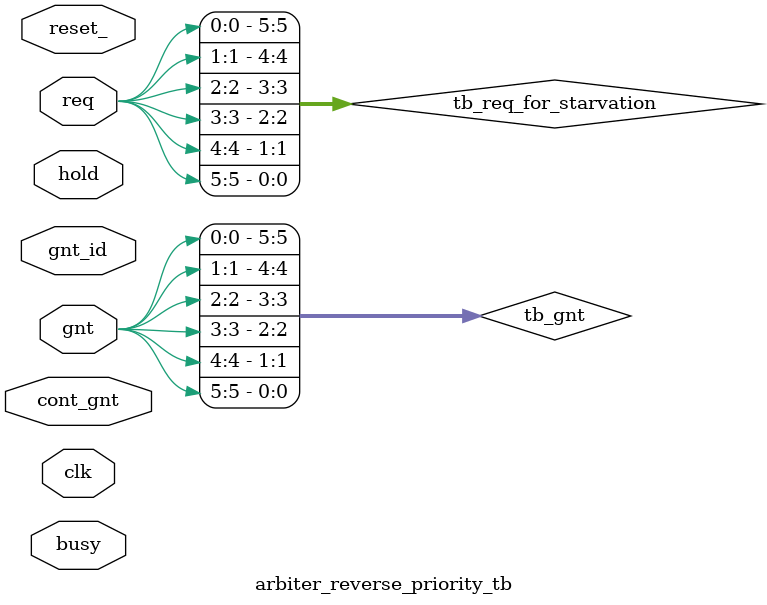
<source format=sv>
module arbiter_reverse_priority_tb (
clk, reset_, req, gnt, gnt_id, busy, hold, cont_gnt);

    parameter       NUM_OF_CLIENTS = 6;

localparam tb_num_client_req_width = $clog2(NUM_OF_CLIENTS); 
localparam busy_latency_width = $clog2(NUM_OF_CLIENTS);
localparam cont_gnt_latency_width = $clog2(NUM_OF_CLIENTS);
localparam hold_latency_width = $clog2(NUM_OF_CLIENTS);

input clk;
input reset_;//clock and reset
input busy; //busy 
input hold;//hold
input [NUM_OF_CLIENTS-1 : 0] req;
input [NUM_OF_CLIENTS-1 : 0] gnt;//request and grant. grant is assumed to be one hot.
input [tb_num_client_req_width-1:0] gnt_id;
input cont_gnt; //same as cont_gnt from arbgen


wire tb_reset;
assign tb_reset = (reset_ == 1'b0);

wire [NUM_OF_CLIENTS-1 : 0] tb_req;
wire [NUM_OF_CLIENTS-1 : 0] tb_gnt;
wire [NUM_OF_CLIENTS-1 : 0] tb_req_for_starvation;
wire [NUM_OF_CLIENTS-1 : 0] tb_hold;


genvar a;
for(a=0;a<NUM_OF_CLIENTS;a++) begin 
    assign tb_req[a] = (req_en_option == 1) ? req[NUM_OF_CLIENTS-1-a] & req_en[NUM_OF_CLIENTS-1-a] : req[NUM_OF_CLIENTS-1-a];
    assign tb_gnt[a] = gnt[NUM_OF_CLIENTS-1-a];
    assign tb_req_for_starvation[a] = req[NUM_OF_CLIENTS-1-a];
end

reg [NUM_OF_CLIENTS-1 : 0] last_gnt;
always @(posedge clk) begin
    if (!reset_) begin 
        last_gnt <= 0; 
   end else if (|tb_gnt && !cont_gnt) begin 
        last_gnt <= tb_gnt; 
    end
end


genvar i;
reg [NUM_OF_CLIENTS-1 : 0] req_seen_flag;
for (i = 0; i < NUM_OF_CLIENTS; i++) begin
    always @(posedge clk) begin
        if (!reset_) begin req_seen_flag[i] <= 0; end
        else if (tb_req_for_starvation[i] && tb_gnt[i]) begin req_seen_flag[i] <= 0; end
        else if (tb_req_for_starvation[i]) begin req_seen_flag[i] <= 1; end
        else if (tb_gnt[i]) begin req_seen_flag[i] <= 0; end
    end
end


endmodule
</source>
